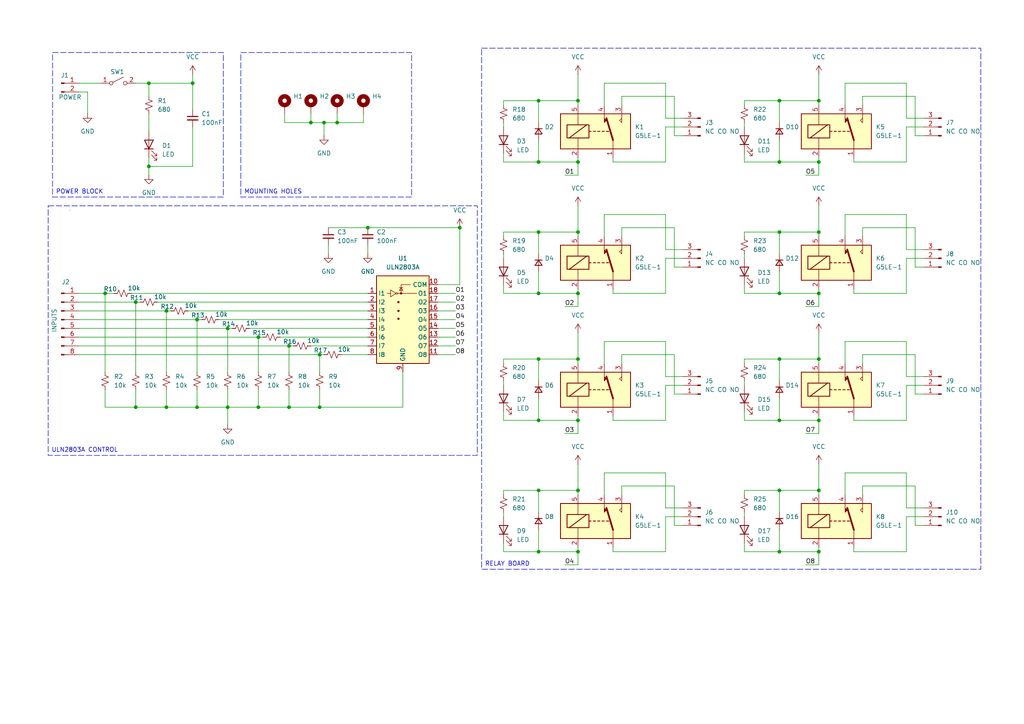
<source format=kicad_sch>
(kicad_sch (version 20231120) (generator "eeschema") (generator_version "8.0")
  (paper "A4")
  (title_block (title "Yavuz Selim Pek"))
  (lib_symbols
    (symbol "Connector:Conn_01x02_Pin" (pin_names (offset 1.016) hide)
      (property "Reference" "J" (at 0 2.54 0))
      (property "Value" "Conn_01x02_Pin" (at 0 -5.08 0))
      (symbol "Conn_01x02_Pin_1_1"
        (pin passive line (at 5.08 0 180) (length 3.81) (name "Pin_1") (number "1"))
        (pin passive line (at 5.08 -2.54 180) (length 3.81) (name "Pin_2") (number "2"))
      )
    )
    (symbol "Connector:Conn_01x03_Pin" (pin_names (offset 1.016) hide)
      (property "Reference" "J" (at 0 5.08 0))
      (property "Value" "Conn_01x03_Pin" (at 0 -5.08 0))
      (symbol "Conn_01x03_Pin_1_1"
        (pin passive line (at 5.08 2.54 180) (length 3.81) (name "Pin_1") (number "1"))
        (pin passive line (at 5.08 0 180) (length 3.81) (name "Pin_2") (number "2"))
        (pin passive line (at 5.08 -2.54 180) (length 3.81) (name "Pin_3") (number "3"))
      )
    )
    (symbol "Connector:Conn_01x08_Pin" (pin_names (offset 1.016) hide)
      (property "Reference" "J" (at 0 10.16 0))
      (property "Value" "Conn_01x08_Pin" (at 0 -12.7 0))
      (symbol "Conn_01x08_Pin_1_1"
        (pin passive line (at 5.08 7.62 180) (length 3.81) (name "Pin_1") (number "1"))
        (pin passive line (at 5.08 5.08 180) (length 3.81) (name "Pin_2") (number "2"))
        (pin passive line (at 5.08 2.54 180) (length 3.81) (name "Pin_3") (number "3"))
        (pin passive line (at 5.08 0 180) (length 3.81) (name "Pin_4") (number "4"))
        (pin passive line (at 5.08 -2.54 180) (length 3.81) (name "Pin_5") (number "5"))
        (pin passive line (at 5.08 -5.08 180) (length 3.81) (name "Pin_6") (number "6"))
        (pin passive line (at 5.08 -7.62 180) (length 3.81) (name "Pin_7") (number "7"))
        (pin passive line (at 5.08 -10.16 180) (length 3.81) (name "Pin_8") (number "8"))
      )
    )
    (symbol "Device:C_Small" (pin_numbers hide) (pin_names (offset 0.254) hide)
      (property "Reference" "C" (at 0.254 1.778 0))
      (property "Value" "C_Small" (at 0.254 -2.032 0))
      (symbol "C_Small_1_1"
        (pin passive line (at 0 2.54 270) (length 2.032) (name "~") (number "1"))
        (pin passive line (at 0 -2.54 90) (length 2.032) (name "~") (number "2"))
      )
    )
    (symbol "Device:D_Small" (pin_numbers hide) (pin_names (offset 0.254) hide)
      (property "Reference" "D" (at -1.27 2.032 0))
      (property "Value" "D_Small" (at -3.81 -2.032 0))
      (symbol "D_Small_1_1"
        (pin passive line (at -2.54 0 0) (length 1.778) (name "K") (number "1"))
        (pin passive line (at 2.54 0 180) (length 1.778) (name "A") (number "2"))
      )
    )
    (symbol "Device:LED" (pin_numbers hide) (pin_names (offset 1.016) hide)
      (property "Reference" "D" (at 0 2.54 0))
      (property "Value" "LED" (at 0 -2.54 0))
      (symbol "LED_1_1"
        (pin passive line (at -3.81 0 0) (length 2.54) (name "K") (number "1"))
        (pin passive line (at 3.81 0 180) (length 2.54) (name "A") (number "2"))
      )
    )
    (symbol "Device:R_Small_US" (pin_numbers hide) (pin_names (offset 0.254) hide)
      (property "Reference" "R" (at 0.762 0.508 0))
      (property "Value" "R_Small_US" (at 0.762 -1.016 0))
      (symbol "R_Small_US_1_1"
        (pin passive line (at 0 2.54 270) (length 1.016) (name "~") (number "1"))
        (pin passive line (at 0 -2.54 90) (length 1.016) (name "~") (number "2"))
      )
    )
    (symbol "Mechanical:MountingHole_Pad" (pin_numbers hide) (pin_names (offset 1.016) hide) (exclude_from_sim yes) (in_bom no)
      (property "Reference" "H" (at 0 6.35 0))
      (property "Value" "MountingHole_Pad" (at 0 4.445 0))
      (symbol "MountingHole_Pad_1_1"
        (pin input line (at 0 -2.54 90) (length 2.54) (name "1") (number "1"))
      )
    )
    (symbol "Relay:G5LE-1"
      (property "Reference" "K" (at 11.43 3.81 0))
      (property "Value" "G5LE-1" (at 11.43 1.27 0))
      (symbol "G5LE-1_1_1"
        (pin passive line (at 5.08 -7.62 90) (length 2.54) (name "~") (number "1"))
        (pin passive line (at -5.08 -7.62 90) (length 2.54) (name "~") (number "2"))
        (pin passive line (at 7.62 7.62 270) (length 2.54) (name "~") (number "3"))
        (pin passive line (at 2.54 7.62 270) (length 2.54) (name "~") (number "4"))
        (pin passive line (at -5.08 7.62 270) (length 2.54) (name "~") (number "5"))
      )
    )
    (symbol "Switch:SW_SPST" (pin_names (offset 0) hide)
      (property "Reference" "SW" (at 0 3.175 0))
      (property "Value" "SW_SPST" (at 0 -2.54 0))
      (symbol "SW_SPST_1_1"
        (pin passive line (at -5.08 0 0) (length 2.54) (name "A") (number "1"))
        (pin passive line (at 5.08 0 180) (length 2.54) (name "B") (number "2"))
      )
    )
    (symbol "Transistor_Array:ULN2803A"
      (property "Reference" "U" (at 0 13.335 0))
      (property "Value" "ULN2803A" (at 0 11.43 0))
      (symbol "ULN2803A_1_1"
        (pin input line (at -10.16 5.08 0) (length 2.54) (name "I1") (number "1"))
        (pin passive line (at 10.16 7.62 180) (length 2.54) (name "COM") (number "10"))
        (pin open_collector line (at 10.16 -12.7 180) (length 2.54) (name "O8") (number "11"))
        (pin open_collector line (at 10.16 -10.16 180) (length 2.54) (name "O7") (number "12"))
        (pin open_collector line (at 10.16 -7.62 180) (length 2.54) (name "O6") (number "13"))
        (pin open_collector line (at 10.16 -5.08 180) (length 2.54) (name "O5") (number "14"))
        (pin open_collector line (at 10.16 -2.54 180) (length 2.54) (name "O4") (number "15"))
        (pin open_collector line (at 10.16 0 180) (length 2.54) (name "O3") (number "16"))
        (pin open_collector line (at 10.16 2.54 180) (length 2.54) (name "O2") (number "17"))
        (pin open_collector line (at 10.16 5.08 180) (length 2.54) (name "O1") (number "18"))
        (pin input line (at -10.16 2.54 0) (length 2.54) (name "I2") (number "2"))
        (pin input line (at -10.16 0 0) (length 2.54) (name "I3") (number "3"))
        (pin input line (at -10.16 -2.54 0) (length 2.54) (name "I4") (number "4"))
        (pin input line (at -10.16 -5.08 0) (length 2.54) (name "I5") (number "5"))
        (pin input line (at -10.16 -7.62 0) (length 2.54) (name "I6") (number "6"))
        (pin input line (at -10.16 -10.16 0) (length 2.54) (name "I7") (number "7"))
        (pin input line (at -10.16 -12.7 0) (length 2.54) (name "I8") (number "8"))
        (pin power_in line (at 0 -17.78 90) (length 2.54) (name "GND") (number "9"))
      )
    )
    (symbol "power:GND" (power) (pin_numbers hide) (pin_names (offset 0) hide)
      (property "Value" "GND" (at 0 -3.81 0))
      (symbol "GND_1_1"
        (pin power_in line (at 0 0 270) (length 0) (name "~") (number "1"))
      )
    )
    (symbol "power:VCC" (power) (pin_numbers hide) (pin_names (offset 0) hide)
      (property "Value" "VCC" (at 0 3.556 0))
      (symbol "VCC_1_1"
        (pin power_in line (at 0 0 90) (length 0) (name "~") (number "1"))
      )
    )
  )
  (junction (at 167.64 46.99))
  (junction (at 226.06 142.24))
  (junction (at 226.06 160.02))
  (junction (at 66.04 118.11))
  (junction (at 156.21 67.31))
  (junction (at 167.64 67.31))
  (junction (at 156.21 85.09))
  (junction (at 167.64 160.02))
  (junction (at 237.49 104.14))
  (junction (at 106.68 66.04))
  (junction (at 167.64 104.14))
  (junction (at 156.21 142.24))
  (junction (at 237.49 67.31))
  (junction (at 237.49 85.09))
  (junction (at 66.04 95.25))
  (junction (at 57.15 92.71))
  (junction (at 55.88 24.13))
  (junction (at 133.35 66.04))
  (junction (at 92.71 102.87))
  (junction (at 226.06 46.99))
  (junction (at 226.06 85.09))
  (junction (at 237.49 46.99))
  (junction (at 237.49 29.21))
  (junction (at 156.21 160.02))
  (junction (at 156.21 121.92))
  (junction (at 226.06 67.31))
  (junction (at 39.37 118.11))
  (junction (at 43.18 24.13))
  (junction (at 90.17 35.56))
  (junction (at 57.15 118.11))
  (junction (at 74.93 118.11))
  (junction (at 167.64 142.24))
  (junction (at 92.71 118.11))
  (junction (at 167.64 29.21))
  (junction (at 93.98 35.56))
  (junction (at 226.06 121.92))
  (junction (at 48.26 90.17))
  (junction (at 237.49 142.24))
  (junction (at 74.93 97.79))
  (junction (at 167.64 121.92))
  (junction (at 97.79 35.56))
  (junction (at 156.21 46.99))
  (junction (at 237.49 160.02))
  (junction (at 83.82 118.11))
  (junction (at 226.06 104.14))
  (junction (at 83.82 100.33))
  (junction (at 48.26 118.11))
  (junction (at 226.06 29.21))
  (junction (at 30.48 85.09))
  (junction (at 237.49 121.92))
  (junction (at 156.21 29.21))
  (junction (at 156.21 104.14))
  (junction (at 167.64 85.09))
  (junction (at 39.37 87.63))
  (junction (at 43.18 48.26))
  (wire (pts (xy 63.5 92.71) (xy 106.68 92.71)))
  (wire (pts (xy 175.26 143.51) (xy 175.26 137.16)))
  (wire (pts (xy 167.64 120.65) (xy 167.64 121.92)))
  (wire (pts (xy 156.21 115.57) (xy 156.21 121.92)))
  (wire (pts (xy 180.34 143.51) (xy 180.34 140.97)))
  (wire (pts (xy 237.49 21.59) (xy 237.49 29.21)))
  (wire (pts (xy 66.04 118.11) (xy 66.04 123.19)))
  (wire (pts (xy 215.9 82.55) (xy 215.9 85.09)))
  (wire (pts (xy 106.68 66.04) (xy 133.35 66.04)))
  (wire (pts (xy 265.43 140.97) (xy 265.43 152.4)))
  (wire (pts (xy 215.9 68.58) (xy 215.9 67.31)))
  (wire (pts (xy 193.04 149.86) (xy 198.12 149.86)))
  (wire (pts (xy 215.9 35.56) (xy 215.9 36.83)))
  (wire (pts (xy 146.05 44.45) (xy 146.05 46.99)))
  (wire (pts (xy 233.68 163.83) (xy 237.49 163.83)))
  (wire (pts (xy 193.04 24.13) (xy 193.04 34.29)))
  (wire (pts (xy 30.48 118.11) (xy 39.37 118.11)))
  (wire (pts (xy 167.64 104.14) (xy 167.64 105.41)))
  (wire (pts (xy 250.19 105.41) (xy 250.19 102.87)))
  (wire (pts (xy 146.05 67.31) (xy 156.21 67.31)))
  (wire (pts (xy 177.8 158.75) (xy 177.8 160.02)))
  (wire (pts (xy 116.84 107.95) (xy 116.84 118.11)))
  (wire (pts (xy 30.48 85.09) (xy 33.02 85.09)))
  (wire (pts (xy 177.8 46.99) (xy 193.04 46.99)))
  (wire (pts (xy 82.55 33.02) (xy 82.55 35.56)))
  (wire (pts (xy 180.34 66.04) (xy 195.58 66.04)))
  (wire (pts (xy 226.06 153.67) (xy 226.06 160.02)))
  (wire (pts (xy 193.04 99.06) (xy 193.04 109.22)))
  (wire (pts (xy 262.89 74.93) (xy 267.97 74.93)))
  (wire (pts (xy 127 90.17) (xy 132.08 90.17)))
  (wire (pts (xy 167.64 85.09) (xy 167.64 88.9)))
  (wire (pts (xy 226.06 148.59) (xy 226.06 142.24)))
  (wire (pts (xy 90.17 33.02) (xy 90.17 35.56)))
  (wire (pts (xy 38.1 85.09) (xy 106.68 85.09)))
  (wire (pts (xy 195.58 27.94) (xy 195.58 39.37)))
  (wire (pts (xy 215.9 119.38) (xy 215.9 121.92)))
  (wire (pts (xy 93.98 35.56) (xy 90.17 35.56)))
  (wire (pts (xy 90.17 100.33) (xy 106.68 100.33)))
  (wire (pts (xy 262.89 62.23) (xy 262.89 72.39)))
  (wire (pts (xy 195.58 114.3) (xy 198.12 114.3)))
  (wire (pts (xy 265.43 102.87) (xy 265.43 114.3)))
  (wire (pts (xy 262.89 147.32) (xy 267.97 147.32)))
  (wire (pts (xy 57.15 118.11) (xy 66.04 118.11)))
  (wire (pts (xy 156.21 85.09) (xy 167.64 85.09)))
  (wire (pts (xy 237.49 59.69) (xy 237.49 67.31)))
  (wire (pts (xy 146.05 73.66) (xy 146.05 74.93)))
  (wire (pts (xy 146.05 29.21) (xy 156.21 29.21)))
  (wire (pts (xy 265.43 114.3) (xy 267.97 114.3)))
  (wire (pts (xy 43.18 48.26) (xy 43.18 50.8)))
  (wire (pts (xy 81.28 97.79) (xy 106.68 97.79)))
  (wire (pts (xy 156.21 121.92) (xy 167.64 121.92)))
  (wire (pts (xy 215.9 73.66) (xy 215.9 74.93)))
  (wire (pts (xy 175.26 105.41) (xy 175.26 99.06)))
  (wire (pts (xy 237.49 158.75) (xy 237.49 160.02)))
  (wire (pts (xy 156.21 110.49) (xy 156.21 104.14)))
  (wire (pts (xy 156.21 35.56) (xy 156.21 29.21)))
  (wire (pts (xy 92.71 118.11) (xy 116.84 118.11)))
  (wire (pts (xy 250.19 68.58) (xy 250.19 66.04)))
  (wire (pts (xy 262.89 34.29) (xy 267.97 34.29)))
  (wire (pts (xy 167.64 158.75) (xy 167.64 160.02)))
  (wire (pts (xy 180.34 140.97) (xy 195.58 140.97)))
  (wire (pts (xy 177.8 160.02) (xy 193.04 160.02)))
  (wire (pts (xy 215.9 142.24) (xy 226.06 142.24)))
  (wire (pts (xy 97.79 35.56) (xy 105.41 35.56)))
  (wire (pts (xy 43.18 45.72) (xy 43.18 48.26)))
  (wire (pts (xy 193.04 147.32) (xy 198.12 147.32)))
  (wire (pts (xy 237.49 160.02) (xy 237.49 163.83)))
  (wire (pts (xy 30.48 113.03) (xy 30.48 118.11)))
  (wire (pts (xy 39.37 118.11) (xy 48.26 118.11)))
  (wire (pts (xy 262.89 72.39) (xy 267.97 72.39)))
  (wire (pts (xy 247.65 46.99) (xy 262.89 46.99)))
  (wire (pts (xy 74.93 97.79) (xy 76.2 97.79)))
  (wire (pts (xy 83.82 100.33) (xy 85.09 100.33)))
  (wire (pts (xy 195.58 140.97) (xy 195.58 152.4)))
  (wire (pts (xy 167.64 96.52) (xy 167.64 104.14)))
  (wire (pts (xy 175.26 68.58) (xy 175.26 62.23)))
  (wire (pts (xy 180.34 68.58) (xy 180.34 66.04)))
  (wire (pts (xy 43.18 33.02) (xy 43.18 38.1)))
  (wire (pts (xy 215.9 67.31) (xy 226.06 67.31)))
  (wire (pts (xy 22.86 90.17) (xy 48.26 90.17)))
  (wire (pts (xy 226.06 115.57) (xy 226.06 121.92)))
  (wire (pts (xy 226.06 40.64) (xy 226.06 46.99)))
  (wire (pts (xy 193.04 85.09) (xy 193.04 74.93)))
  (wire (pts (xy 215.9 105.41) (xy 215.9 104.14)))
  (wire (pts (xy 146.05 105.41) (xy 146.05 104.14)))
  (wire (pts (xy 226.06 110.49) (xy 226.06 104.14)))
  (wire (pts (xy 48.26 113.03) (xy 48.26 118.11)))
  (wire (pts (xy 66.04 118.11) (xy 74.93 118.11)))
  (wire (pts (xy 127 102.87) (xy 132.08 102.87)))
  (wire (pts (xy 146.05 148.59) (xy 146.05 149.86)))
  (wire (pts (xy 233.68 50.8) (xy 237.49 50.8)))
  (wire (pts (xy 245.11 68.58) (xy 245.11 62.23)))
  (wire (pts (xy 95.25 66.04) (xy 106.68 66.04)))
  (wire (pts (xy 245.11 30.48) (xy 245.11 24.13)))
  (wire (pts (xy 180.34 30.48) (xy 180.34 27.94)))
  (wire (pts (xy 237.49 121.92) (xy 237.49 125.73)))
  (wire (pts (xy 93.98 35.56) (xy 97.79 35.56)))
  (wire (pts (xy 247.65 121.92) (xy 262.89 121.92)))
  (wire (pts (xy 93.98 39.37) (xy 93.98 35.56)))
  (wire (pts (xy 177.8 121.92) (xy 193.04 121.92)))
  (wire (pts (xy 247.65 45.72) (xy 247.65 46.99)))
  (wire (pts (xy 156.21 148.59) (xy 156.21 142.24)))
  (wire (pts (xy 156.21 104.14) (xy 167.64 104.14)))
  (wire (pts (xy 167.64 142.24) (xy 167.64 143.51)))
  (wire (pts (xy 245.11 62.23) (xy 262.89 62.23)))
  (wire (pts (xy 262.89 121.92) (xy 262.89 111.76)))
  (wire (pts (xy 90.17 35.56) (xy 82.55 35.56)))
  (wire (pts (xy 226.06 67.31) (xy 237.49 67.31)))
  (wire (pts (xy 262.89 149.86) (xy 267.97 149.86)))
  (wire (pts (xy 215.9 85.09) (xy 226.06 85.09)))
  (wire (pts (xy 156.21 73.66) (xy 156.21 67.31)))
  (wire (pts (xy 54.61 90.17) (xy 106.68 90.17)))
  (wire (pts (xy 193.04 109.22) (xy 198.12 109.22)))
  (wire (pts (xy 265.43 39.37) (xy 267.97 39.37)))
  (wire (pts (xy 247.65 120.65) (xy 247.65 121.92)))
  (wire (pts (xy 215.9 160.02) (xy 226.06 160.02)))
  (wire (pts (xy 237.49 46.99) (xy 237.49 50.8)))
  (wire (pts (xy 72.39 95.25) (xy 106.68 95.25)))
  (wire (pts (xy 215.9 44.45) (xy 215.9 46.99)))
  (wire (pts (xy 226.06 85.09) (xy 237.49 85.09)))
  (wire (pts (xy 237.49 104.14) (xy 237.49 105.41)))
  (wire (pts (xy 195.58 152.4) (xy 198.12 152.4)))
  (wire (pts (xy 83.82 100.33) (xy 83.82 107.95)))
  (wire (pts (xy 226.06 73.66) (xy 226.06 67.31)))
  (wire (pts (xy 43.18 27.94) (xy 43.18 24.13)))
  (wire (pts (xy 83.82 113.03) (xy 83.82 118.11)))
  (wire (pts (xy 233.68 125.73) (xy 237.49 125.73)))
  (wire (pts (xy 146.05 104.14) (xy 156.21 104.14)))
  (wire (pts (xy 177.8 120.65) (xy 177.8 121.92)))
  (wire (pts (xy 146.05 119.38) (xy 146.05 121.92)))
  (wire (pts (xy 262.89 24.13) (xy 262.89 34.29)))
  (wire (pts (xy 237.49 67.31) (xy 237.49 68.58)))
  (wire (pts (xy 177.8 83.82) (xy 177.8 85.09)))
  (wire (pts (xy 156.21 46.99) (xy 167.64 46.99)))
  (wire (pts (xy 57.15 113.03) (xy 57.15 118.11)))
  (wire (pts (xy 146.05 46.99) (xy 156.21 46.99)))
  (wire (pts (xy 43.18 48.26) (xy 55.88 48.26)))
  (wire (pts (xy 30.48 85.09) (xy 30.48 107.95)))
  (wire (pts (xy 48.26 90.17) (xy 48.26 107.95)))
  (wire (pts (xy 193.04 121.92) (xy 193.04 111.76)))
  (wire (pts (xy 175.26 62.23) (xy 193.04 62.23)))
  (wire (pts (xy 133.35 66.04) (xy 133.35 82.55)))
  (wire (pts (xy 180.34 105.41) (xy 180.34 102.87)))
  (wire (pts (xy 175.26 30.48) (xy 175.26 24.13)))
  (wire (pts (xy 237.49 29.21) (xy 237.49 30.48)))
  (wire (pts (xy 92.71 113.03) (xy 92.71 118.11)))
  (wire (pts (xy 262.89 85.09) (xy 262.89 74.93)))
  (wire (pts (xy 175.26 99.06) (xy 193.04 99.06)))
  (wire (pts (xy 146.05 110.49) (xy 146.05 111.76)))
  (wire (pts (xy 193.04 160.02) (xy 193.04 149.86)))
  (wire (pts (xy 25.4 33.02) (xy 25.4 26.67)))
  (wire (pts (xy 167.64 46.99) (xy 167.64 50.8)))
  (wire (pts (xy 83.82 118.11) (xy 92.71 118.11)))
  (wire (pts (xy 262.89 137.16) (xy 262.89 147.32)))
  (wire (pts (xy 22.86 24.13) (xy 29.21 24.13)))
  (wire (pts (xy 22.86 92.71) (xy 57.15 92.71)))
  (wire (pts (xy 156.21 160.02) (xy 167.64 160.02)))
  (wire (pts (xy 250.19 140.97) (xy 265.43 140.97)))
  (wire (pts (xy 22.86 102.87) (xy 92.71 102.87)))
  (wire (pts (xy 48.26 90.17) (xy 49.53 90.17)))
  (wire (pts (xy 237.49 134.62) (xy 237.49 142.24)))
  (wire (pts (xy 245.11 99.06) (xy 262.89 99.06)))
  (wire (pts (xy 57.15 92.71) (xy 58.42 92.71)))
  (wire (pts (xy 97.79 33.02) (xy 97.79 35.56)))
  (wire (pts (xy 127 87.63) (xy 132.08 87.63)))
  (wire (pts (xy 195.58 66.04) (xy 195.58 77.47)))
  (wire (pts (xy 265.43 77.47) (xy 267.97 77.47)))
  (wire (pts (xy 95.25 71.12) (xy 95.25 73.66)))
  (wire (pts (xy 245.11 105.41) (xy 245.11 99.06)))
  (wire (pts (xy 247.65 160.02) (xy 262.89 160.02)))
  (wire (pts (xy 262.89 46.99) (xy 262.89 36.83)))
  (wire (pts (xy 195.58 102.87) (xy 195.58 114.3)))
  (wire (pts (xy 39.37 87.63) (xy 40.64 87.63)))
  (wire (pts (xy 74.93 118.11) (xy 83.82 118.11)))
  (wire (pts (xy 262.89 99.06) (xy 262.89 109.22)))
  (wire (pts (xy 55.88 31.75) (xy 55.88 24.13)))
  (wire (pts (xy 195.58 39.37) (xy 198.12 39.37)))
  (wire (pts (xy 146.05 121.92) (xy 156.21 121.92)))
  (wire (pts (xy 250.19 143.51) (xy 250.19 140.97)))
  (wire (pts (xy 237.49 83.82) (xy 237.49 85.09)))
  (wire (pts (xy 57.15 92.71) (xy 57.15 107.95)))
  (wire (pts (xy 226.06 121.92) (xy 237.49 121.92)))
  (wire (pts (xy 180.34 102.87) (xy 195.58 102.87)))
  (wire (pts (xy 250.19 30.48) (xy 250.19 27.94)))
  (wire (pts (xy 55.88 21.59) (xy 55.88 24.13)))
  (wire (pts (xy 215.9 148.59) (xy 215.9 149.86)))
  (wire (pts (xy 193.04 46.99) (xy 193.04 36.83)))
  (wire (pts (xy 66.04 113.03) (xy 66.04 118.11)))
  (wire (pts (xy 146.05 68.58) (xy 146.05 67.31)))
  (wire (pts (xy 245.11 24.13) (xy 262.89 24.13)))
  (wire (pts (xy 167.64 121.92) (xy 167.64 125.73)))
  (wire (pts (xy 22.86 100.33) (xy 83.82 100.33)))
  (wire (pts (xy 237.49 96.52) (xy 237.49 104.14)))
  (wire (pts (xy 146.05 157.48) (xy 146.05 160.02)))
  (wire (pts (xy 265.43 27.94) (xy 265.43 39.37)))
  (wire (pts (xy 127 97.79) (xy 132.08 97.79)))
  (wire (pts (xy 226.06 78.74) (xy 226.06 85.09)))
  (wire (pts (xy 193.04 74.93) (xy 198.12 74.93)))
  (wire (pts (xy 146.05 142.24) (xy 156.21 142.24)))
  (wire (pts (xy 245.11 143.51) (xy 245.11 137.16)))
  (wire (pts (xy 156.21 40.64) (xy 156.21 46.99)))
  (wire (pts (xy 156.21 67.31) (xy 167.64 67.31)))
  (wire (pts (xy 233.68 88.9) (xy 237.49 88.9)))
  (wire (pts (xy 146.05 85.09) (xy 156.21 85.09)))
  (wire (pts (xy 226.06 104.14) (xy 237.49 104.14)))
  (wire (pts (xy 226.06 46.99) (xy 237.49 46.99)))
  (wire (pts (xy 250.19 27.94) (xy 265.43 27.94)))
  (wire (pts (xy 226.06 142.24) (xy 237.49 142.24)))
  (wire (pts (xy 99.06 102.87) (xy 106.68 102.87)))
  (wire (pts (xy 167.64 59.69) (xy 167.64 67.31)))
  (wire (pts (xy 146.05 160.02) (xy 156.21 160.02)))
  (wire (pts (xy 74.93 113.03) (xy 74.93 118.11)))
  (wire (pts (xy 22.86 26.67) (xy 25.4 26.67)))
  (wire (pts (xy 193.04 137.16) (xy 193.04 147.32)))
  (wire (pts (xy 262.89 111.76) (xy 267.97 111.76)))
  (wire (pts (xy 193.04 62.23) (xy 193.04 72.39)))
  (wire (pts (xy 39.37 87.63) (xy 39.37 107.95)))
  (wire (pts (xy 215.9 157.48) (xy 215.9 160.02)))
  (wire (pts (xy 167.64 67.31) (xy 167.64 68.58)))
  (wire (pts (xy 250.19 66.04) (xy 265.43 66.04)))
  (wire (pts (xy 156.21 153.67) (xy 156.21 160.02)))
  (wire (pts (xy 163.83 125.73) (xy 167.64 125.73)))
  (wire (pts (xy 180.34 27.94) (xy 195.58 27.94)))
  (wire (pts (xy 43.18 24.13) (xy 55.88 24.13)))
  (wire (pts (xy 92.71 102.87) (xy 93.98 102.87)))
  (wire (pts (xy 156.21 142.24) (xy 167.64 142.24)))
  (wire (pts (xy 237.49 85.09) (xy 237.49 88.9)))
  (wire (pts (xy 193.04 36.83) (xy 198.12 36.83)))
  (wire (pts (xy 265.43 66.04) (xy 265.43 77.47)))
  (wire (pts (xy 163.83 88.9) (xy 167.64 88.9)))
  (wire (pts (xy 45.72 87.63) (xy 106.68 87.63)))
  (wire (pts (xy 167.64 134.62) (xy 167.64 142.24)))
  (wire (pts (xy 226.06 35.56) (xy 226.06 29.21)))
  (wire (pts (xy 22.86 95.25) (xy 66.04 95.25)))
  (wire (pts (xy 175.26 24.13) (xy 193.04 24.13)))
  (wire (pts (xy 146.05 30.48) (xy 146.05 29.21)))
  (wire (pts (xy 127 82.55) (xy 133.35 82.55)))
  (wire (pts (xy 39.37 24.13) (xy 43.18 24.13)))
  (wire (pts (xy 193.04 34.29) (xy 198.12 34.29)))
  (wire (pts (xy 163.83 50.8) (xy 167.64 50.8)))
  (wire (pts (xy 237.49 45.72) (xy 237.49 46.99)))
  (wire (pts (xy 250.19 102.87) (xy 265.43 102.87)))
  (wire (pts (xy 127 100.33) (xy 132.08 100.33)))
  (wire (pts (xy 39.37 113.03) (xy 39.37 118.11)))
  (wire (pts (xy 146.05 35.56) (xy 146.05 36.83)))
  (wire (pts (xy 215.9 104.14) (xy 226.06 104.14)))
  (wire (pts (xy 215.9 46.99) (xy 226.06 46.99)))
  (wire (pts (xy 245.11 137.16) (xy 262.89 137.16)))
  (wire (pts (xy 215.9 29.21) (xy 226.06 29.21)))
  (wire (pts (xy 237.49 120.65) (xy 237.49 121.92)))
  (wire (pts (xy 193.04 72.39) (xy 198.12 72.39)))
  (wire (pts (xy 156.21 78.74) (xy 156.21 85.09)))
  (wire (pts (xy 167.64 83.82) (xy 167.64 85.09)))
  (wire (pts (xy 262.89 109.22) (xy 267.97 109.22)))
  (wire (pts (xy 22.86 97.79) (xy 74.93 97.79)))
  (wire (pts (xy 237.49 142.24) (xy 237.49 143.51)))
  (wire (pts (xy 127 92.71) (xy 132.08 92.71)))
  (wire (pts (xy 55.88 36.83) (xy 55.88 48.26)))
  (wire (pts (xy 146.05 143.51) (xy 146.05 142.24)))
  (wire (pts (xy 262.89 160.02) (xy 262.89 149.86)))
  (wire (pts (xy 167.64 45.72) (xy 167.64 46.99)))
  (wire (pts (xy 215.9 30.48) (xy 215.9 29.21)))
  (wire (pts (xy 156.21 29.21) (xy 167.64 29.21)))
  (wire (pts (xy 66.04 95.25) (xy 66.04 107.95)))
  (wire (pts (xy 215.9 143.51) (xy 215.9 142.24)))
  (wire (pts (xy 215.9 121.92) (xy 226.06 121.92)))
  (wire (pts (xy 226.06 29.21) (xy 237.49 29.21)))
  (wire (pts (xy 163.83 163.83) (xy 167.64 163.83)))
  (wire (pts (xy 167.64 21.59) (xy 167.64 29.21)))
  (wire (pts (xy 146.05 82.55) (xy 146.05 85.09)))
  (wire (pts (xy 127 95.25) (xy 132.08 95.25)))
  (wire (pts (xy 177.8 85.09) (xy 193.04 85.09)))
  (wire (pts (xy 262.89 36.83) (xy 267.97 36.83)))
  (wire (pts (xy 265.43 152.4) (xy 267.97 152.4)))
  (wire (pts (xy 127 85.09) (xy 132.08 85.09)))
  (wire (pts (xy 247.65 83.82) (xy 247.65 85.09)))
  (wire (pts (xy 193.04 111.76) (xy 198.12 111.76)))
  (wire (pts (xy 167.64 29.21) (xy 167.64 30.48)))
  (wire (pts (xy 66.04 95.25) (xy 67.31 95.25)))
  (wire (pts (xy 226.06 160.02) (xy 237.49 160.02)))
  (wire (pts (xy 74.93 97.79) (xy 74.93 107.95)))
  (wire (pts (xy 247.65 85.09) (xy 262.89 85.09)))
  (wire (pts (xy 247.65 158.75) (xy 247.65 160.02)))
  (wire (pts (xy 106.68 71.12) (xy 106.68 73.66)))
  (wire (pts (xy 177.8 45.72) (xy 177.8 46.99)))
  (wire (pts (xy 92.71 102.87) (xy 92.71 107.95)))
  (wire (pts (xy 105.41 33.02) (xy 105.41 35.56)))
  (wire (pts (xy 175.26 137.16) (xy 193.04 137.16)))
  (wire (pts (xy 195.58 77.47) (xy 198.12 77.47)))
  (wire (pts (xy 215.9 110.49) (xy 215.9 111.76)))
  (wire (pts (xy 22.86 87.63) (xy 39.37 87.63)))
  (wire (pts (xy 167.64 160.02) (xy 167.64 163.83)))
  (wire (pts (xy 48.26 118.11) (xy 57.15 118.11)))
  (wire (pts (xy 22.86 85.09) (xy 30.48 85.09)))
  (text_box "MOUNTING HOLES" (at 69.85 15.24 0) (size 49.53 41.91) (stroke (width 0) (type dash)) (effects (font (size 1.27 1.27)) (justify left bottom)))
  (text_box "RELAY BOARD" (at 139.7 13.97 0) (size 144.78 151.13) (stroke (width 0) (type dash)) (effects (font (size 1.27 1.27)) (justify left bottom)))
  (text_box "POWER BLOCK\n" (at 15.24 15.24 0) (size 49.53 41.91) (stroke (width 0) (type dash)) (effects (font (size 1.27 1.27)) (justify left bottom)))
  (text_box "" (at 20.32 60.96 0) (size 0 0) (stroke (width 0) (type dash)) (effects (font (size 1.27 1.27)) (justify left bottom)))
  (text_box "ULN2803A CONTROL" (at 13.97 59.69 0) (size 124.46 72.39) (stroke (width 0) (type dash)) (effects (font (size 1.27 1.27)) (justify left bottom)))
  (label "O4" (at 132.08 92.71 0))
  (label "O5" (at 132.08 95.25 0))
  (label "O1" (at 132.08 85.09 0))
  (label "O4" (at 163.83 163.83 0))
  (label "O6" (at 132.08 97.79 0))
  (label "O2" (at 132.08 87.63 0))
  (label "O7" (at 132.08 100.33 0))
  (label "O1" (at 163.83 50.8 0))
  (label "O3" (at 163.83 125.73 0))
  (label "O7" (at 233.68 125.73 0))
  (label "O5" (at 233.68 50.8 0))
  (label "O6" (at 233.68 88.9 0))
  (label "O8" (at 233.68 163.83 0))
  (label "O2" (at 163.83 88.9 0))
  (label "O8" (at 132.08 102.87 0))
  (label "O3" (at 132.08 90.17 0))
  (symbol (lib_id "Connector:Conn_01x03_Pin") (at 273.05 149.86 180) (unit 1)
    (property "Reference" "J10" (at 274.32 148.5899 0) (effects (justify right)))
    (property "Value" "NC CO NO" (at 274.32 151.1299 0) (effects (justify right)))
    (property "Footprint" "Connector_JST:JST_NV_B03P-NV_1x03_P5.00mm_Vertical" (effects (hide yes)))
    (property "Description" "Generic connector, single row, 01x03, script generated" (effects (hide yes)))
  )
  (symbol (lib_id "power:VCC") (at 167.64 21.59 0) (unit 1)
    (property "Reference" "#PWR07" (effects (hide yes)))
    (property "Value" "VCC" (at 167.64 16.51 0))
    (property "Description" "Power symbol creates a global label with name \"VCC\"" (effects (hide yes)))
  )
  (symbol (lib_id "Device:R_Small_US") (at 30.48 110.49 0) (unit 1)
    (property "Reference" "R2" (at 33.02 109.2199 0) (effects (justify left)))
    (property "Value" "10k" (at 33.02 111.7599 0) (effects (justify left)))
    (property "Footprint" "Resistor_SMD:R_0805_2012Metric" (effects (hide yes)))
    (property "Description" "Resistor, small US symbol" (effects (hide yes)))
  )
  (symbol (lib_id "Relay:G5LE-1") (at 242.57 113.03 0) (unit 1)
    (property "Reference" "K7" (at 254 111.7599 0) (effects (justify left)))
    (property "Value" "G5LE-1" (at 254 114.2999 0) (effects (justify left)))
    (property "Footprint" "Relay_THT:Relay_SPDT_Omron-G5LE-1" (effects (hide yes)))
    (property "Datasheet" "http://www.omron.com/ecb/products/pdf/en-g5le.pdf" (effects (hide yes)))
    (property "Description" "Omron G5LE relay, Miniature Single Pole, SPDT, 10A" (effects (hide yes)))
  )
  (symbol (lib_id "Device:D_Small") (at 226.06 151.13 270) (unit 1)
    (property "Reference" "D16" (at 227.838 149.86 90) (effects (justify left)))
    (property "Value" "D_Small" (effects (hide yes)))
    (property "Footprint" "Diode_SMD:D_1206_3216Metric" (effects (hide yes)))
    (property "Description" "Diode, small symbol" (effects (hide yes)))
    (property "Sim.Device" "D" (effects (hide yes)))
    (property "Sim.Pins" "1=K 2=A" (effects (hide yes)))
  )
  (symbol (lib_id "Device:R_Small_US") (at 39.37 110.49 0) (unit 1)
    (property "Reference" "R3" (at 41.91 109.2199 0) (effects (justify left)))
    (property "Value" "10k" (at 41.91 111.7599 0) (effects (justify left)))
    (property "Footprint" "Resistor_SMD:R_0805_2012Metric" (effects (hide yes)))
    (property "Description" "Resistor, small US symbol" (effects (hide yes)))
  )
  (symbol (lib_id "Mechanical:MountingHole_Pad") (at 90.17 30.48 0) (unit 1) (exclude_from_sim yes) (in_bom no)
    (property "Reference" "H2" (at 92.71 27.9399 0) (effects (justify left)))
    (property "Value" "MountingHole_Pad" (effects (hide yes)))
    (property "Footprint" "MountingHole:MountingHole_2.5mm_Pad_Via" (effects (hide yes)))
    (property "Description" "Mounting Hole with connection" (effects (hide yes)))
  )
  (symbol (lib_id "Transistor_Array:ULN2803A") (at 116.84 90.17 0) (unit 1)
    (property "Reference" "U1" (at 116.84 74.93 0))
    (property "Value" "ULN2803A" (at 116.84 77.47 0))
    (property "Footprint" "Package_DIP:DIP-18_W7.62mm" (effects (hide yes)))
    (property "Datasheet" "http://www.ti.com/lit/ds/symlink/uln2803a.pdf" (effects (hide yes)))
    (property "Description" "Darlington Transistor Arrays, SOIC18/DIP18" (effects (hide yes)))
  )
  (symbol (lib_id "Device:LED") (at 215.9 40.64 90) (unit 1)
    (property "Reference" "D11" (at 219.71 40.9574 90) (effects (justify right)))
    (property "Value" "LED" (at 219.71 43.4974 90) (effects (justify right)))
    (property "Footprint" "LED_SMD:LED_1206_3216Metric" (effects (hide yes)))
    (property "Description" "Light emitting diode" (effects (hide yes)))
  )
  (symbol (lib_id "Device:R_Small_US") (at 35.56 85.09 90) (unit 1)
    (property "Reference" "R10" (at 32.004 83.82 90))
    (property "Value" "10k" (at 38.862 83.566 90))
    (property "Footprint" "Resistor_SMD:R_0805_2012Metric" (effects (hide yes)))
    (property "Description" "Resistor, small US symbol" (effects (hide yes)))
  )
  (symbol (lib_id "Connector:Conn_01x03_Pin") (at 203.2 111.76 180) (unit 1)
    (property "Reference" "J5" (at 204.47 110.4899 0) (effects (justify right)))
    (property "Value" "NC CO NO" (at 204.47 113.0299 0) (effects (justify right)))
    (property "Footprint" "Connector_JST:JST_NV_B03P-NV_1x03_P5.00mm_Vertical" (effects (hide yes)))
    (property "Description" "Generic connector, single row, 01x03, script generated" (effects (hide yes)))
  )
  (symbol (lib_id "Device:LED") (at 215.9 115.57 90) (unit 1)
    (property "Reference" "D15" (at 219.71 115.8874 90) (effects (justify right)))
    (property "Value" "LED" (at 219.71 118.4274 90) (effects (justify right)))
    (property "Footprint" "LED_SMD:LED_1206_3216Metric" (effects (hide yes)))
    (property "Description" "Light emitting diode" (effects (hide yes)))
  )
  (symbol (lib_id "power:VCC") (at 237.49 59.69 0) (unit 1)
    (property "Reference" "#PWR012" (effects (hide yes)))
    (property "Value" "VCC" (at 237.49 54.61 0))
    (property "Description" "Power symbol creates a global label with name \"VCC\"" (effects (hide yes)))
  )
  (symbol (lib_id "Relay:G5LE-1") (at 172.72 38.1 0) (unit 1)
    (property "Reference" "K1" (at 184.15 36.8299 0) (effects (justify left)))
    (property "Value" "G5LE-1" (at 184.15 39.3699 0) (effects (justify left)))
    (property "Footprint" "Relay_THT:Relay_SPDT_Omron-G5LE-1" (effects (hide yes)))
    (property "Datasheet" "http://www.omron.com/ecb/products/pdf/en-g5le.pdf" (effects (hide yes)))
    (property "Description" "Omron G5LE relay, Miniature Single Pole, SPDT, 10A" (effects (hide yes)))
  )
  (symbol (lib_id "Device:R_Small_US") (at 96.52 102.87 90) (unit 1)
    (property "Reference" "R17" (at 92.964 101.6 90))
    (property "Value" "10k" (at 99.822 101.346 90))
    (property "Footprint" "Resistor_SMD:R_0805_2012Metric" (effects (hide yes)))
    (property "Description" "Resistor, small US symbol" (effects (hide yes)))
  )
  (symbol (lib_id "Device:R_Small_US") (at 74.93 110.49 0) (unit 1)
    (property "Reference" "R7" (at 77.47 109.2199 0) (effects (justify left)))
    (property "Value" "10k" (at 77.47 111.7599 0) (effects (justify left)))
    (property "Footprint" "Resistor_SMD:R_0805_2012Metric" (effects (hide yes)))
    (property "Description" "Resistor, small US symbol" (effects (hide yes)))
  )
  (symbol (lib_id "Device:LED") (at 43.18 41.91 90) (unit 1)
    (property "Reference" "D1" (at 46.99 42.2274 90) (effects (justify right)))
    (property "Value" "LED" (at 46.99 44.7674 90) (effects (justify right)))
    (property "Footprint" "LED_SMD:LED_0805_2012Metric" (effects (hide yes)))
    (property "Description" "Light emitting diode" (effects (hide yes)))
  )
  (symbol (lib_id "Connector:Conn_01x03_Pin") (at 273.05 74.93 180) (unit 1)
    (property "Reference" "J8" (at 274.32 73.6599 0) (effects (justify right)))
    (property "Value" "NC CO NO" (at 274.32 76.1999 0) (effects (justify right)))
    (property "Footprint" "Connector_JST:JST_NV_B03P-NV_1x03_P5.00mm_Vertical" (effects (hide yes)))
    (property "Description" "Generic connector, single row, 01x03, script generated" (effects (hide yes)))
  )
  (symbol (lib_id "power:VCC") (at 167.64 59.69 0) (unit 1)
    (property "Reference" "#PWR08" (effects (hide yes)))
    (property "Value" "VCC" (at 167.64 54.61 0))
    (property "Description" "Power symbol creates a global label with name \"VCC\"" (effects (hide yes)))
  )
  (symbol (lib_id "power:VCC") (at 237.49 96.52 0) (unit 1)
    (property "Reference" "#PWR013" (effects (hide yes)))
    (property "Value" "VCC" (at 237.49 91.44 0))
    (property "Description" "Power symbol creates a global label with name \"VCC\"" (effects (hide yes)))
  )
  (symbol (lib_id "power:VCC") (at 167.64 96.52 0) (unit 1)
    (property "Reference" "#PWR09" (effects (hide yes)))
    (property "Value" "VCC" (at 167.64 91.44 0))
    (property "Description" "Power symbol creates a global label with name \"VCC\"" (effects (hide yes)))
  )
  (symbol (lib_id "power:GND") (at 43.18 50.8 0) (unit 1)
    (property "Reference" "#PWR01" (effects (hide yes)))
    (property "Value" "GND" (at 43.18 55.88 0))
    (property "Description" "Power symbol creates a global label with name \"GND\" , ground" (effects (hide yes)))
  )
  (symbol (lib_id "Device:D_Small") (at 156.21 38.1 270) (unit 1)
    (property "Reference" "D2" (at 157.988 36.83 90) (effects (justify left)))
    (property "Value" "D_Small" (effects (hide yes)))
    (property "Footprint" "Diode_SMD:D_1206_3216Metric" (effects (hide yes)))
    (property "Description" "Diode, small symbol" (effects (hide yes)))
    (property "Sim.Device" "D" (effects (hide yes)))
    (property "Sim.Pins" "1=K 2=A" (effects (hide yes)))
  )
  (symbol (lib_id "power:VCC") (at 237.49 134.62 0) (unit 1)
    (property "Reference" "#PWR014" (effects (hide yes)))
    (property "Value" "VCC" (at 237.49 129.54 0))
    (property "Description" "Power symbol creates a global label with name \"VCC\"" (effects (hide yes)))
  )
  (symbol (lib_id "Device:D_Small") (at 156.21 151.13 270) (unit 1)
    (property "Reference" "D8" (at 157.988 149.86 90) (effects (justify left)))
    (property "Value" "D_Small" (effects (hide yes)))
    (property "Footprint" "Diode_SMD:D_1206_3216Metric" (effects (hide yes)))
    (property "Description" "Diode, small symbol" (effects (hide yes)))
    (property "Sim.Device" "D" (effects (hide yes)))
    (property "Sim.Pins" "1=K 2=A" (effects (hide yes)))
  )
  (symbol (lib_id "Relay:G5LE-1") (at 172.72 151.13 0) (unit 1)
    (property "Reference" "K4" (at 184.15 149.8599 0) (effects (justify left)))
    (property "Value" "G5LE-1" (at 184.15 152.3999 0) (effects (justify left)))
    (property "Footprint" "Relay_THT:Relay_SPDT_Omron-G5LE-1" (effects (hide yes)))
    (property "Datasheet" "http://www.omron.com/ecb/products/pdf/en-g5le.pdf" (effects (hide yes)))
    (property "Description" "Omron G5LE relay, Miniature Single Pole, SPDT, 10A" (effects (hide yes)))
  )
  (symbol (lib_id "Relay:G5LE-1") (at 242.57 151.13 0) (unit 1)
    (property "Reference" "K8" (at 254 149.8599 0) (effects (justify left)))
    (property "Value" "G5LE-1" (at 254 152.3999 0) (effects (justify left)))
    (property "Footprint" "Relay_THT:Relay_SPDT_Omron-G5LE-1" (effects (hide yes)))
    (property "Datasheet" "http://www.omron.com/ecb/products/pdf/en-g5le.pdf" (effects (hide yes)))
    (property "Description" "Omron G5LE relay, Miniature Single Pole, SPDT, 10A" (effects (hide yes)))
  )
  (symbol (lib_id "Mechanical:MountingHole_Pad") (at 105.41 30.48 0) (unit 1) (exclude_from_sim yes) (in_bom no)
    (property "Reference" "H4" (at 107.95 27.9399 0) (effects (justify left)))
    (property "Value" "MountingHole_Pad" (effects (hide yes)))
    (property "Footprint" "MountingHole:MountingHole_2.5mm_Pad_Via" (effects (hide yes)))
    (property "Description" "Mounting Hole with connection" (effects (hide yes)))
  )
  (symbol (lib_id "Device:R_Small_US") (at 57.15 110.49 0) (unit 1)
    (property "Reference" "R5" (at 59.69 109.2199 0) (effects (justify left)))
    (property "Value" "10k" (at 59.69 111.7599 0) (effects (justify left)))
    (property "Footprint" "Resistor_SMD:R_0805_2012Metric" (effects (hide yes)))
    (property "Description" "Resistor, small US symbol" (effects (hide yes)))
  )
  (symbol (lib_id "Device:LED") (at 146.05 115.57 90) (unit 1)
    (property "Reference" "D7" (at 149.86 115.8874 90) (effects (justify right)))
    (property "Value" "LED" (at 149.86 118.4274 90) (effects (justify right)))
    (property "Footprint" "LED_SMD:LED_1206_3216Metric" (effects (hide yes)))
    (property "Description" "Light emitting diode" (effects (hide yes)))
  )
  (symbol (lib_id "Device:R_Small_US") (at 92.71 110.49 0) (unit 1)
    (property "Reference" "R9" (at 95.25 109.2199 0) (effects (justify left)))
    (property "Value" "10k" (at 95.25 111.7599 0) (effects (justify left)))
    (property "Footprint" "Resistor_SMD:R_0805_2012Metric" (effects (hide yes)))
    (property "Description" "Resistor, small US symbol" (effects (hide yes)))
  )
  (symbol (lib_id "Device:LED") (at 146.05 78.74 90) (unit 1)
    (property "Reference" "D5" (at 149.86 79.0574 90) (effects (justify right)))
    (property "Value" "LED" (at 149.86 81.5974 90) (effects (justify right)))
    (property "Footprint" "LED_SMD:LED_1206_3216Metric" (effects (hide yes)))
    (property "Description" "Light emitting diode" (effects (hide yes)))
  )
  (symbol (lib_id "Device:D_Small") (at 156.21 113.03 270) (unit 1)
    (property "Reference" "D6" (at 157.988 111.76 90) (effects (justify left)))
    (property "Value" "D_Small" (effects (hide yes)))
    (property "Footprint" "Diode_SMD:D_1206_3216Metric" (effects (hide yes)))
    (property "Description" "Diode, small symbol" (effects (hide yes)))
    (property "Sim.Device" "D" (effects (hide yes)))
    (property "Sim.Pins" "1=K 2=A" (effects (hide yes)))
  )
  (symbol (lib_id "power:GND") (at 25.4 33.02 0) (unit 1)
    (property "Reference" "#PWR02" (effects (hide yes)))
    (property "Value" "GND" (at 25.4 38.1 0))
    (property "Description" "Power symbol creates a global label with name \"GND\" , ground" (effects (hide yes)))
  )
  (symbol (lib_id "Mechanical:MountingHole_Pad") (at 82.55 30.48 0) (unit 1) (exclude_from_sim yes) (in_bom no)
    (property "Reference" "H1" (at 85.09 27.9399 0) (effects (justify left)))
    (property "Value" "MountingHole_Pad" (effects (hide yes)))
    (property "Footprint" "MountingHole:MountingHole_2.5mm_Pad_Via" (effects (hide yes)))
    (property "Description" "Mounting Hole with connection" (effects (hide yes)))
  )
  (symbol (lib_id "Device:R_Small_US") (at 215.9 107.95 0) (unit 1)
    (property "Reference" "R24" (at 218.44 106.6799 0) (effects (justify left)))
    (property "Value" "680" (at 218.44 109.2199 0) (effects (justify left)))
    (property "Footprint" "Resistor_SMD:R_0805_2012Metric" (effects (hide yes)))
    (property "Description" "Resistor, small US symbol" (effects (hide yes)))
  )
  (symbol (lib_id "Device:LED") (at 215.9 78.74 90) (unit 1)
    (property "Reference" "D13" (at 219.71 79.0574 90) (effects (justify right)))
    (property "Value" "LED" (at 219.71 81.5974 90) (effects (justify right)))
    (property "Footprint" "LED_SMD:LED_1206_3216Metric" (effects (hide yes)))
    (property "Description" "Light emitting diode" (effects (hide yes)))
  )
  (symbol (lib_id "Connector:Conn_01x08_Pin") (at 17.78 92.71 0) (unit 1)
    (property "Reference" "J2" (at 19.05 81.788 0))
    (property "Value" "INPUTS" (at 15.748 92.964 90))
    (property "Footprint" "Connector_PinHeader_2.54mm:PinHeader_1x08_P2.54mm_Vertical" (effects (hide yes)))
    (property "Description" "Generic connector, single row, 01x08, script generated" (effects (hide yes)))
  )
  (symbol (lib_id "Device:R_Small_US") (at 215.9 33.02 0) (unit 1)
    (property "Reference" "R22" (at 218.44 31.7499 0) (effects (justify left)))
    (property "Value" "680" (at 218.44 34.2899 0) (effects (justify left)))
    (property "Footprint" "Resistor_SMD:R_0805_2012Metric" (effects (hide yes)))
    (property "Description" "Resistor, small US symbol" (effects (hide yes)))
  )
  (symbol (lib_id "Device:R_Small_US") (at 66.04 110.49 0) (unit 1)
    (property "Reference" "R6" (at 68.58 109.2199 0) (effects (justify left)))
    (property "Value" "10k" (at 68.58 111.7599 0) (effects (justify left)))
    (property "Footprint" "Resistor_SMD:R_0805_2012Metric" (effects (hide yes)))
    (property "Description" "Resistor, small US symbol" (effects (hide yes)))
  )
  (symbol (lib_id "Device:D_Small") (at 226.06 113.03 270) (unit 1)
    (property "Reference" "D14" (at 227.838 111.76 90) (effects (justify left)))
    (property "Value" "D_Small" (effects (hide yes)))
    (property "Footprint" "Diode_SMD:D_1206_3216Metric" (effects (hide yes)))
    (property "Description" "Diode, small symbol" (effects (hide yes)))
    (property "Sim.Device" "D" (effects (hide yes)))
    (property "Sim.Pins" "1=K 2=A" (effects (hide yes)))
  )
  (symbol (lib_id "Relay:G5LE-1") (at 172.72 76.2 0) (unit 1)
    (property "Reference" "K2" (at 184.15 74.9299 0) (effects (justify left)))
    (property "Value" "G5LE-1" (at 184.15 77.4699 0) (effects (justify left)))
    (property "Footprint" "Relay_THT:Relay_SPDT_Omron-G5LE-1" (effects (hide yes)))
    (property "Datasheet" "http://www.omron.com/ecb/products/pdf/en-g5le.pdf" (effects (hide yes)))
    (property "Description" "Omron G5LE relay, Miniature Single Pole, SPDT, 10A" (effects (hide yes)))
  )
  (symbol (lib_id "Device:R_Small_US") (at 69.85 95.25 90) (unit 1)
    (property "Reference" "R14" (at 66.294 93.98 90))
    (property "Value" "10k" (at 73.152 93.726 90))
    (property "Footprint" "Resistor_SMD:R_0805_2012Metric" (effects (hide yes)))
    (property "Description" "Resistor, small US symbol" (effects (hide yes)))
  )
  (symbol (lib_id "power:VCC") (at 167.64 134.62 0) (unit 1)
    (property "Reference" "#PWR010" (effects (hide yes)))
    (property "Value" "VCC" (at 167.64 129.54 0))
    (property "Description" "Power symbol creates a global label with name \"VCC\"" (effects (hide yes)))
  )
  (symbol (lib_id "power:VCC") (at 133.35 66.04 0) (unit 1)
    (property "Reference" "#PWR05" (effects (hide yes)))
    (property "Value" "VCC" (at 133.35 60.96 0))
    (property "Description" "Power symbol creates a global label with name \"VCC\"" (effects (hide yes)))
  )
  (symbol (lib_id "Device:D_Small") (at 226.06 76.2 270) (unit 1)
    (property "Reference" "D12" (at 227.838 74.93 90) (effects (justify left)))
    (property "Value" "D_Small" (effects (hide yes)))
    (property "Footprint" "Diode_SMD:D_1206_3216Metric" (effects (hide yes)))
    (property "Description" "Diode, small symbol" (effects (hide yes)))
    (property "Sim.Device" "D" (effects (hide yes)))
    (property "Sim.Pins" "1=K 2=A" (effects (hide yes)))
  )
  (symbol (lib_id "Connector:Conn_01x03_Pin") (at 203.2 74.93 180) (unit 1)
    (property "Reference" "J4" (at 204.47 73.6599 0) (effects (justify right)))
    (property "Value" "NC CO NO" (at 204.47 76.1999 0) (effects (justify right)))
    (property "Footprint" "Connector_JST:JST_NV_B03P-NV_1x03_P5.00mm_Vertical" (effects (hide yes)))
    (property "Description" "Generic connector, single row, 01x03, script generated" (effects (hide yes)))
  )
  (symbol (lib_id "Device:C_Small") (at 55.88 34.29 0) (unit 1)
    (property "Reference" "C1" (at 58.42 33.0262 0) (effects (justify left)))
    (property "Value" "100nF" (at 58.42 35.5662 0) (effects (justify left)))
    (property "Footprint" "Capacitor_SMD:C_0805_2012Metric" (effects (hide yes)))
    (property "Description" "Unpolarized capacitor, small symbol" (effects (hide yes)))
  )
  (symbol (lib_id "Mechanical:MountingHole_Pad") (at 97.79 30.48 0) (unit 1) (exclude_from_sim yes) (in_bom no)
    (property "Reference" "H3" (at 100.33 27.9399 0) (effects (justify left)))
    (property "Value" "MountingHole_Pad" (effects (hide yes)))
    (property "Footprint" "MountingHole:MountingHole_2.5mm_Pad_Via" (effects (hide yes)))
    (property "Description" "Mounting Hole with connection" (effects (hide yes)))
  )
  (symbol (lib_id "power:GND") (at 66.04 123.19 0) (unit 1)
    (property "Reference" "#PWR04" (effects (hide yes)))
    (property "Value" "GND" (at 66.04 128.27 0))
    (property "Description" "Power symbol creates a global label with name \"GND\" , ground" (effects (hide yes)))
  )
  (symbol (lib_id "Connector:Conn_01x02_Pin") (at 17.78 24.13 0) (unit 1)
    (property "Reference" "J1" (at 18.796 21.844 0))
    (property "Value" "POWER" (at 20.32 28.194 0))
    (property "Footprint" "Connector_JST:JST_NV_B02P-NV_1x02_P5.00mm_Vertical" (effects (hide yes)))
    (property "Description" "Generic connector, single row, 01x02, script generated" (effects (hide yes)))
  )
  (symbol (lib_id "Relay:G5LE-1") (at 242.57 38.1 0) (unit 1)
    (property "Reference" "K5" (at 254 36.8299 0) (effects (justify left)))
    (property "Value" "G5LE-1" (at 254 39.3699 0) (effects (justify left)))
    (property "Footprint" "Relay_THT:Relay_SPDT_Omron-G5LE-1" (effects (hide yes)))
    (property "Datasheet" "http://www.omron.com/ecb/products/pdf/en-g5le.pdf" (effects (hide yes)))
    (property "Description" "Omron G5LE relay, Miniature Single Pole, SPDT, 10A" (effects (hide yes)))
  )
  (symbol (lib_id "Device:R_Small_US") (at 43.18 87.63 90) (unit 1)
    (property "Reference" "R11" (at 39.624 86.36 90))
    (property "Value" "10k" (at 46.482 86.106 90))
    (property "Footprint" "Resistor_SMD:R_0805_2012Metric" (effects (hide yes)))
    (property "Description" "Resistor, small US symbol" (effects (hide yes)))
  )
  (symbol (lib_id "Device:R_Small_US") (at 146.05 71.12 0) (unit 1)
    (property "Reference" "R19" (at 148.59 69.8499 0) (effects (justify left)))
    (property "Value" "680" (at 148.59 72.3899 0) (effects (justify left)))
    (property "Footprint" "Resistor_SMD:R_0805_2012Metric" (effects (hide yes)))
    (property "Description" "Resistor, small US symbol" (effects (hide yes)))
  )
  (symbol (lib_id "power:GND") (at 95.25 73.66 0) (unit 1)
    (property "Reference" "#PWR016" (effects (hide yes)))
    (property "Value" "GND" (at 95.25 78.74 0))
    (property "Description" "Power symbol creates a global label with name \"GND\" , ground" (effects (hide yes)))
  )
  (symbol (lib_id "Device:R_Small_US") (at 83.82 110.49 0) (unit 1)
    (property "Reference" "R8" (at 86.36 109.2199 0) (effects (justify left)))
    (property "Value" "10k" (at 86.36 111.7599 0) (effects (justify left)))
    (property "Footprint" "Resistor_SMD:R_0805_2012Metric" (effects (hide yes)))
    (property "Description" "Resistor, small US symbol" (effects (hide yes)))
  )
  (symbol (lib_id "Device:R_Small_US") (at 215.9 71.12 0) (unit 1)
    (property "Reference" "R23" (at 218.44 69.8499 0) (effects (justify left)))
    (property "Value" "680" (at 218.44 72.3899 0) (effects (justify left)))
    (property "Footprint" "Resistor_SMD:R_0805_2012Metric" (effects (hide yes)))
    (property "Description" "Resistor, small US symbol" (effects (hide yes)))
  )
  (symbol (lib_id "power:VCC") (at 55.88 21.59 0) (unit 1)
    (property "Reference" "#PWR03" (effects (hide yes)))
    (property "Value" "VCC" (at 55.88 16.51 0))
    (property "Description" "Power symbol creates a global label with name \"VCC\"" (effects (hide yes)))
  )
  (symbol (lib_id "Relay:G5LE-1") (at 172.72 113.03 0) (unit 1)
    (property "Reference" "K3" (at 184.15 111.7599 0) (effects (justify left)))
    (property "Value" "G5LE-1" (at 184.15 114.2999 0) (effects (justify left)))
    (property "Footprint" "Relay_THT:Relay_SPDT_Omron-G5LE-1" (effects (hide yes)))
    (property "Datasheet" "http://www.omron.com/ecb/products/pdf/en-g5le.pdf" (effects (hide yes)))
    (property "Description" "Omron G5LE relay, Miniature Single Pole, SPDT, 10A" (effects (hide yes)))
  )
  (symbol (lib_id "Connector:Conn_01x03_Pin") (at 203.2 36.83 180) (unit 1)
    (property "Reference" "J3" (at 204.47 35.5599 0) (effects (justify right)))
    (property "Value" "NC CO NO" (at 204.47 38.0999 0) (effects (justify right)))
    (property "Footprint" "Connector_JST:JST_NV_B03P-NV_1x03_P5.00mm_Vertical" (effects (hide yes)))
    (property "Description" "Generic connector, single row, 01x03, script generated" (effects (hide yes)))
  )
  (symbol (lib_id "power:VCC") (at 237.49 21.59 0) (unit 1)
    (property "Reference" "#PWR011" (effects (hide yes)))
    (property "Value" "VCC" (at 237.49 16.51 0))
    (property "Description" "Power symbol creates a global label with name \"VCC\"" (effects (hide yes)))
  )
  (symbol (lib_id "Device:R_Small_US") (at 78.74 97.79 90) (unit 1)
    (property "Reference" "R15" (at 75.184 96.52 90))
    (property "Value" "10k" (at 82.042 96.266 90))
    (property "Footprint" "Resistor_SMD:R_0805_2012Metric" (effects (hide yes)))
    (property "Description" "Resistor, small US symbol" (effects (hide yes)))
  )
  (symbol (lib_id "Device:R_Small_US") (at 146.05 107.95 0) (unit 1)
    (property "Reference" "R20" (at 148.59 106.6799 0) (effects (justify left)))
    (property "Value" "680" (at 148.59 109.2199 0) (effects (justify left)))
    (property "Footprint" "Resistor_SMD:R_0805_2012Metric" (effects (hide yes)))
    (property "Description" "Resistor, small US symbol" (effects (hide yes)))
  )
  (symbol (lib_id "Device:R_Small_US") (at 43.18 30.48 0) (unit 1)
    (property "Reference" "R1" (at 45.72 29.2099 0) (effects (justify left)))
    (property "Value" "680" (at 45.72 31.7499 0) (effects (justify left)))
    (property "Footprint" "Resistor_SMD:R_0805_2012Metric" (effects (hide yes)))
    (property "Description" "Resistor, small US symbol" (effects (hide yes)))
  )
  (symbol (lib_id "Device:R_Small_US") (at 60.96 92.71 90) (unit 1)
    (property "Reference" "R13" (at 57.404 91.44 90))
    (property "Value" "10k" (at 64.262 91.186 90))
    (property "Footprint" "Resistor_SMD:R_0805_2012Metric" (effects (hide yes)))
    (property "Description" "Resistor, small US symbol" (effects (hide yes)))
  )
  (symbol (lib_id "Device:C_Small") (at 95.25 68.58 0) (unit 1)
    (property "Reference" "C3" (at 97.79 67.3162 0) (effects (justify left)))
    (property "Value" "100nF" (at 97.79 69.8562 0) (effects (justify left)))
    (property "Footprint" "Capacitor_SMD:C_0805_2012Metric" (effects (hide yes)))
    (property "Description" "Unpolarized capacitor, small symbol" (effects (hide yes)))
  )
  (symbol (lib_id "Device:R_Small_US") (at 146.05 146.05 0) (unit 1)
    (property "Reference" "R21" (at 148.59 144.7799 0) (effects (justify left)))
    (property "Value" "680" (at 148.59 147.3199 0) (effects (justify left)))
    (property "Footprint" "Resistor_SMD:R_0805_2012Metric" (effects (hide yes)))
    (property "Description" "Resistor, small US symbol" (effects (hide yes)))
  )
  (symbol (lib_id "Device:R_Small_US") (at 146.05 33.02 0) (unit 1)
    (property "Reference" "R18" (at 148.59 31.7499 0) (effects (justify left)))
    (property "Value" "680" (at 148.59 34.2899 0) (effects (justify left)))
    (property "Footprint" "Resistor_SMD:R_0805_2012Metric" (effects (hide yes)))
    (property "Description" "Resistor, small US symbol" (effects (hide yes)))
  )
  (symbol (lib_id "Device:C_Small") (at 106.68 68.58 0) (unit 1)
    (property "Reference" "C2" (at 109.22 67.3162 0) (effects (justify left)))
    (property "Value" "100nF" (at 109.22 69.8562 0) (effects (justify left)))
    (property "Footprint" "Capacitor_SMD:C_0805_2012Metric" (effects (hide yes)))
    (property "Description" "Unpolarized capacitor, small symbol" (effects (hide yes)))
  )
  (symbol (lib_id "Relay:G5LE-1") (at 242.57 76.2 0) (unit 1)
    (property "Reference" "K6" (at 254 74.9299 0) (effects (justify left)))
    (property "Value" "G5LE-1" (at 254 77.4699 0) (effects (justify left)))
    (property "Footprint" "Relay_THT:Relay_SPDT_Omron-G5LE-1" (effects (hide yes)))
    (property "Datasheet" "http://www.omron.com/ecb/products/pdf/en-g5le.pdf" (effects (hide yes)))
    (property "Description" "Omron G5LE relay, Miniature Single Pole, SPDT, 10A" (effects (hide yes)))
  )
  (symbol (lib_id "Connector:Conn_01x03_Pin") (at 273.05 111.76 180) (unit 1)
    (property "Reference" "J9" (at 274.32 110.4899 0) (effects (justify right)))
    (property "Value" "NC CO NO" (at 274.32 113.0299 0) (effects (justify right)))
    (property "Footprint" "Connector_JST:JST_NV_B03P-NV_1x03_P5.00mm_Vertical" (effects (hide yes)))
    (property "Description" "Generic connector, single row, 01x03, script generated" (effects (hide yes)))
  )
  (symbol (lib_id "Switch:SW_SPST") (at 34.29 24.13 0) (unit 1)
    (property "Reference" "SW1" (at 34.036 20.828 0))
    (property "Value" "SW_SPST" (effects (hide yes)))
    (property "Footprint" "Button_Switch_SMD:SW_DIP_SPSTx01_Slide_6.7x4.1mm_W6.73mm_P2.54mm_LowProfile_JPin" (effects (hide yes)))
    (property "Description" "Single Pole Single Throw (SPST) switch" (effects (hide yes)))
  )
  (symbol (lib_id "power:GND") (at 106.68 73.66 0) (unit 1)
    (property "Reference" "#PWR06" (effects (hide yes)))
    (property "Value" "GND" (at 106.68 78.74 0))
    (property "Description" "Power symbol creates a global label with name \"GND\" , ground" (effects (hide yes)))
  )
  (symbol (lib_id "Device:LED") (at 146.05 40.64 90) (unit 1)
    (property "Reference" "D3" (at 149.86 40.9574 90) (effects (justify right)))
    (property "Value" "LED" (at 149.86 43.4974 90) (effects (justify right)))
    (property "Footprint" "LED_SMD:LED_1206_3216Metric" (effects (hide yes)))
    (property "Description" "Light emitting diode" (effects (hide yes)))
  )
  (symbol (lib_id "Device:R_Small_US") (at 52.07 90.17 90) (unit 1)
    (property "Reference" "R12" (at 48.514 88.9 90))
    (property "Value" "10k" (at 55.372 88.646 90))
    (property "Footprint" "Resistor_SMD:R_0805_2012Metric" (effects (hide yes)))
    (property "Description" "Resistor, small US symbol" (effects (hide yes)))
  )
  (symbol (lib_id "Connector:Conn_01x03_Pin") (at 273.05 36.83 180) (unit 1)
    (property "Reference" "J7" (at 274.32 35.5599 0) (effects (justify right)))
    (property "Value" "NC CO NO" (at 274.32 38.0999 0) (effects (justify right)))
    (property "Footprint" "Connector_JST:JST_NV_B03P-NV_1x03_P5.00mm_Vertical" (effects (hide yes)))
    (property "Description" "Generic connector, single row, 01x03, script generated" (effects (hide yes)))
  )
  (symbol (lib_id "Device:LED") (at 215.9 153.67 90) (unit 1)
    (property "Reference" "D17" (at 219.71 153.9874 90) (effects (justify right)))
    (property "Value" "LED" (at 219.71 156.5274 90) (effects (justify right)))
    (property "Footprint" "LED_SMD:LED_1206_3216Metric" (effects (hide yes)))
    (property "Description" "Light emitting diode" (effects (hide yes)))
  )
  (symbol (lib_id "Connector:Conn_01x03_Pin") (at 203.2 149.86 180) (unit 1)
    (property "Reference" "J6" (at 204.47 148.5899 0) (effects (justify right)))
    (property "Value" "NC CO NO" (at 204.47 151.1299 0) (effects (justify right)))
    (property "Footprint" "Connector_JST:JST_NV_B03P-NV_1x03_P5.00mm_Vertical" (effects (hide yes)))
    (property "Description" "Generic connector, single row, 01x03, script generated" (effects (hide yes)))
  )
  (symbol (lib_id "Device:R_Small_US") (at 87.63 100.33 90) (unit 1)
    (property "Reference" "R16" (at 84.074 99.06 90))
    (property "Value" "10k" (at 90.932 98.806 90))
    (property "Footprint" "Resistor_SMD:R_0805_2012Metric" (effects (hide yes)))
    (property "Description" "Resistor, small US symbol" (effects (hide yes)))
  )
  (symbol (lib_id "Device:LED") (at 146.05 153.67 90) (unit 1)
    (property "Reference" "D9" (at 149.86 153.9874 90) (effects (justify right)))
    (property "Value" "LED" (at 149.86 156.5274 90) (effects (justify right)))
    (property "Footprint" "LED_SMD:LED_1206_3216Metric" (effects (hide yes)))
    (property "Description" "Light emitting diode" (effects (hide yes)))
  )
  (symbol (lib_id "Device:R_Small_US") (at 48.26 110.49 0) (unit 1)
    (property "Reference" "R4" (at 50.8 109.2199 0) (effects (justify left)))
    (property "Value" "10k" (at 50.8 111.7599 0) (effects (justify left)))
    (property "Footprint" "Resistor_SMD:R_0805_2012Metric" (effects (hide yes)))
    (property "Description" "Resistor, small US symbol" (effects (hide yes)))
  )
  (symbol (lib_id "Device:D_Small") (at 226.06 38.1 270) (unit 1)
    (property "Reference" "D10" (at 227.838 36.83 90) (effects (justify left)))
    (property "Value" "D_Small" (effects (hide yes)))
    (property "Footprint" "Diode_SMD:D_1206_3216Metric" (effects (hide yes)))
    (property "Description" "Diode, small symbol" (effects (hide yes)))
    (property "Sim.Device" "D" (effects (hide yes)))
    (property "Sim.Pins" "1=K 2=A" (effects (hide yes)))
  )
  (symbol (lib_id "power:GND") (at 93.98 39.37 0) (unit 1)
    (property "Reference" "#PWR015" (effects (hide yes)))
    (property "Value" "GND" (at 93.98 44.45 0))
    (property "Description" "Power symbol creates a global label with name \"GND\" , ground" (effects (hide yes)))
  )
  (symbol (lib_id "Device:R_Small_US") (at 215.9 146.05 0) (unit 1)
    (property "Reference" "R25" (at 218.44 144.7799 0) (effects (justify left)))
    (property "Value" "680" (at 218.44 147.3199 0) (effects (justify left)))
    (property "Footprint" "Resistor_SMD:R_0805_2012Metric" (effects (hide yes)))
    (property "Description" "Resistor, small US symbol" (effects (hide yes)))
  )
  (symbol (lib_id "Device:D_Small") (at 156.21 76.2 270) (unit 1)
    (property "Reference" "D4" (at 157.988 74.93 90) (effects (justify left)))
    (property "Value" "D_Small" (effects (hide yes)))
    (property "Footprint" "Diode_SMD:D_1206_3216Metric" (effects (hide yes)))
    (property "Description" "Diode, small symbol" (effects (hide yes)))
    (property "Sim.Device" "D" (effects (hide yes)))
    (property "Sim.Pins" "1=K 2=A" (effects (hide yes)))
  )
)
</source>
